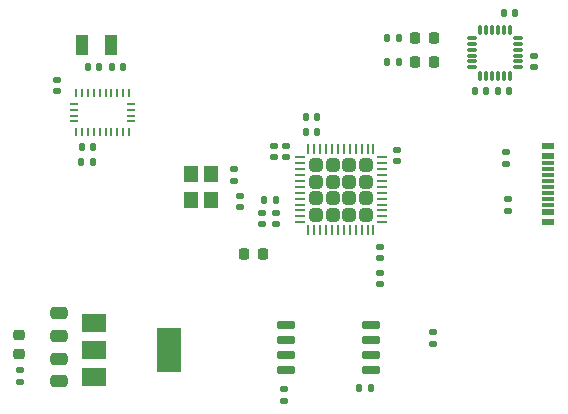
<source format=gbr>
%TF.GenerationSoftware,KiCad,Pcbnew,8.0.1*%
%TF.CreationDate,2024-07-28T14:25:14-07:00*%
%TF.ProjectId,RCS_Hardware,5243535f-4861-4726-9477-6172652e6b69,rev?*%
%TF.SameCoordinates,Original*%
%TF.FileFunction,Paste,Top*%
%TF.FilePolarity,Positive*%
%FSLAX46Y46*%
G04 Gerber Fmt 4.6, Leading zero omitted, Abs format (unit mm)*
G04 Created by KiCad (PCBNEW 8.0.1) date 2024-07-28 14:25:14*
%MOMM*%
%LPD*%
G01*
G04 APERTURE LIST*
G04 Aperture macros list*
%AMRoundRect*
0 Rectangle with rounded corners*
0 $1 Rounding radius*
0 $2 $3 $4 $5 $6 $7 $8 $9 X,Y pos of 4 corners*
0 Add a 4 corners polygon primitive as box body*
4,1,4,$2,$3,$4,$5,$6,$7,$8,$9,$2,$3,0*
0 Add four circle primitives for the rounded corners*
1,1,$1+$1,$2,$3*
1,1,$1+$1,$4,$5*
1,1,$1+$1,$6,$7*
1,1,$1+$1,$8,$9*
0 Add four rect primitives between the rounded corners*
20,1,$1+$1,$2,$3,$4,$5,0*
20,1,$1+$1,$4,$5,$6,$7,0*
20,1,$1+$1,$6,$7,$8,$9,0*
20,1,$1+$1,$8,$9,$2,$3,0*%
G04 Aperture macros list end*
%ADD10RoundRect,0.140000X0.170000X-0.140000X0.170000X0.140000X-0.170000X0.140000X-0.170000X-0.140000X0*%
%ADD11RoundRect,0.140000X0.140000X0.170000X-0.140000X0.170000X-0.140000X-0.170000X0.140000X-0.170000X0*%
%ADD12RoundRect,0.218750X-0.218750X-0.256250X0.218750X-0.256250X0.218750X0.256250X-0.218750X0.256250X0*%
%ADD13RoundRect,0.075000X-0.350000X-0.075000X0.350000X-0.075000X0.350000X0.075000X-0.350000X0.075000X0*%
%ADD14RoundRect,0.075000X0.075000X-0.350000X0.075000X0.350000X-0.075000X0.350000X-0.075000X-0.350000X0*%
%ADD15RoundRect,0.140000X-0.170000X0.140000X-0.170000X-0.140000X0.170000X-0.140000X0.170000X0.140000X0*%
%ADD16R,1.140000X0.300000*%
%ADD17R,1.140000X0.600000*%
%ADD18R,1.200000X1.400000*%
%ADD19RoundRect,0.140000X-0.140000X-0.170000X0.140000X-0.170000X0.140000X0.170000X-0.140000X0.170000X0*%
%ADD20RoundRect,0.135000X-0.185000X0.135000X-0.185000X-0.135000X0.185000X-0.135000X0.185000X0.135000X0*%
%ADD21RoundRect,0.150000X0.650000X0.150000X-0.650000X0.150000X-0.650000X-0.150000X0.650000X-0.150000X0*%
%ADD22RoundRect,0.135000X0.185000X-0.135000X0.185000X0.135000X-0.185000X0.135000X-0.185000X-0.135000X0*%
%ADD23RoundRect,0.250000X0.475000X-0.250000X0.475000X0.250000X-0.475000X0.250000X-0.475000X-0.250000X0*%
%ADD24RoundRect,0.135000X0.135000X0.185000X-0.135000X0.185000X-0.135000X-0.185000X0.135000X-0.185000X0*%
%ADD25RoundRect,0.135000X-0.135000X-0.185000X0.135000X-0.185000X0.135000X0.185000X-0.135000X0.185000X0*%
%ADD26RoundRect,0.250000X-0.315000X-0.315000X0.315000X-0.315000X0.315000X0.315000X-0.315000X0.315000X0*%
%ADD27RoundRect,0.062500X-0.375000X-0.062500X0.375000X-0.062500X0.375000X0.062500X-0.375000X0.062500X0*%
%ADD28RoundRect,0.062500X-0.062500X-0.375000X0.062500X-0.375000X0.062500X0.375000X-0.062500X0.375000X0*%
%ADD29R,1.000000X1.800000*%
%ADD30R,2.000000X1.500000*%
%ADD31R,2.000000X3.800000*%
%ADD32RoundRect,0.218750X0.256250X-0.218750X0.256250X0.218750X-0.256250X0.218750X-0.256250X-0.218750X0*%
%ADD33R,0.254000X0.675000*%
%ADD34R,0.675000X0.254000*%
G04 APERTURE END LIST*
D10*
%TO.C,C3*%
X128700000Y-100660000D03*
X128700000Y-99700000D03*
%TD*%
D11*
%TO.C,C24*%
X149514600Y-90844200D03*
X148554600Y-90844200D03*
%TD*%
%TO.C,C16*%
X116233200Y-95568700D03*
X115273200Y-95568700D03*
%TD*%
D12*
%TO.C,D3*%
X143500000Y-88400000D03*
X145075000Y-88400000D03*
%TD*%
D13*
%TO.C,U6*%
X148316400Y-86329200D03*
X148316400Y-86829200D03*
X148316400Y-87329200D03*
X148316400Y-87829200D03*
X148316400Y-88329200D03*
X148316400Y-88829200D03*
D14*
X149016400Y-89529200D03*
X149516400Y-89529200D03*
X150016400Y-89529200D03*
X150516400Y-89529200D03*
X151016400Y-89529200D03*
X151516400Y-89529200D03*
D13*
X152216400Y-88829200D03*
X152216400Y-88329200D03*
X152216400Y-87829200D03*
X152216400Y-87329200D03*
X152216400Y-86829200D03*
X152216400Y-86329200D03*
D14*
X151516400Y-85629200D03*
X151016400Y-85629200D03*
X150516400Y-85629200D03*
X150016400Y-85629200D03*
X149516400Y-85629200D03*
X149016400Y-85629200D03*
%TD*%
D15*
%TO.C,C15*%
X113213200Y-89881700D03*
X113213200Y-90841700D03*
%TD*%
%TO.C,C7*%
X142000000Y-95820000D03*
X142000000Y-96780000D03*
%TD*%
D16*
%TO.C,J2*%
X154750000Y-100450000D03*
X154750000Y-99450000D03*
X154750000Y-97950000D03*
X154750000Y-96950000D03*
D17*
X154750000Y-96300000D03*
X154750000Y-95500000D03*
D16*
X154750000Y-97450000D03*
X154750000Y-98450000D03*
X154750000Y-98950000D03*
X154750000Y-99950000D03*
D17*
X154750000Y-101100000D03*
X154750000Y-101900000D03*
%TD*%
D18*
%TO.C,Y1*%
X124532800Y-97858800D03*
X124532800Y-100058800D03*
X126232800Y-100058800D03*
X126232800Y-97858800D03*
%TD*%
D19*
%TO.C,C18*%
X115781200Y-88837700D03*
X116741200Y-88837700D03*
%TD*%
D20*
%TO.C,R2*%
X151200000Y-96000000D03*
X151200000Y-97020000D03*
%TD*%
D15*
%TO.C,C23*%
X145034000Y-111280000D03*
X145034000Y-112240000D03*
%TD*%
D21*
%TO.C,U5*%
X139788000Y-114427000D03*
X139788000Y-113157000D03*
X139788000Y-111887000D03*
X139788000Y-110617000D03*
X132588000Y-110617000D03*
X132588000Y-111887000D03*
X132588000Y-113157000D03*
X132588000Y-114427000D03*
%TD*%
D19*
%TO.C,C8*%
X134239000Y-94341200D03*
X135199000Y-94341200D03*
%TD*%
D22*
%TO.C,R1*%
X151384000Y-100967000D03*
X151384000Y-99947000D03*
%TD*%
D23*
%TO.C,C13*%
X113350000Y-115400000D03*
X113350000Y-113500000D03*
%TD*%
D24*
%TO.C,R9*%
X142107500Y-88400000D03*
X141087500Y-88400000D03*
%TD*%
D15*
%TO.C,C25*%
X153555800Y-87875000D03*
X153555800Y-88835000D03*
%TD*%
D25*
%TO.C,R4*%
X115243200Y-96838700D03*
X116263200Y-96838700D03*
%TD*%
D15*
%TO.C,C20*%
X132378000Y-116106000D03*
X132378000Y-117066000D03*
%TD*%
D26*
%TO.C,U1*%
X135122000Y-97101200D03*
X135122000Y-98501200D03*
X135122000Y-99901200D03*
X135122000Y-101301200D03*
X136522000Y-97101200D03*
X136522000Y-98501200D03*
X136522000Y-99901200D03*
X136522000Y-101301200D03*
X137922000Y-97101200D03*
X137922000Y-98501200D03*
X137922000Y-99901200D03*
X137922000Y-101301200D03*
X139322000Y-97101200D03*
X139322000Y-98501200D03*
X139322000Y-99901200D03*
X139322000Y-101301200D03*
D27*
X133784500Y-96451200D03*
X133784500Y-96951200D03*
X133784500Y-97451200D03*
X133784500Y-97951200D03*
X133784500Y-98451200D03*
X133784500Y-98951200D03*
X133784500Y-99451200D03*
X133784500Y-99951200D03*
X133784500Y-100451200D03*
X133784500Y-100951200D03*
X133784500Y-101451200D03*
X133784500Y-101951200D03*
D28*
X134472000Y-102638700D03*
X134972000Y-102638700D03*
X135472000Y-102638700D03*
X135972000Y-102638700D03*
X136472000Y-102638700D03*
X136972000Y-102638700D03*
X137472000Y-102638700D03*
X137972000Y-102638700D03*
X138472000Y-102638700D03*
X138972000Y-102638700D03*
X139472000Y-102638700D03*
X139972000Y-102638700D03*
D27*
X140659500Y-101951200D03*
X140659500Y-101451200D03*
X140659500Y-100951200D03*
X140659500Y-100451200D03*
X140659500Y-99951200D03*
X140659500Y-99451200D03*
X140659500Y-98951200D03*
X140659500Y-98451200D03*
X140659500Y-97951200D03*
X140659500Y-97451200D03*
X140659500Y-96951200D03*
X140659500Y-96451200D03*
D28*
X139972000Y-95763700D03*
X139472000Y-95763700D03*
X138972000Y-95763700D03*
X138472000Y-95763700D03*
X137972000Y-95763700D03*
X137472000Y-95763700D03*
X136972000Y-95763700D03*
X136472000Y-95763700D03*
X135972000Y-95763700D03*
X135472000Y-95763700D03*
X134972000Y-95763700D03*
X134472000Y-95763700D03*
%TD*%
D29*
%TO.C,Y2*%
X115265200Y-86932700D03*
X117765200Y-86932700D03*
%TD*%
D30*
%TO.C,U2*%
X116350000Y-110450000D03*
X116350000Y-112750000D03*
D31*
X122650000Y-112750000D03*
D30*
X116350000Y-115050000D03*
%TD*%
D23*
%TO.C,C14*%
X113350000Y-111550000D03*
X113350000Y-109650000D03*
%TD*%
D19*
%TO.C,C21*%
X150510400Y-90844200D03*
X151470400Y-90844200D03*
%TD*%
D10*
%TO.C,C5*%
X131532000Y-96459200D03*
X131532000Y-95499200D03*
%TD*%
D20*
%TO.C,R3*%
X110077000Y-114449800D03*
X110077000Y-115469800D03*
%TD*%
D24*
%TO.C,R8*%
X142107500Y-86368000D03*
X141087500Y-86368000D03*
%TD*%
D19*
%TO.C,C17*%
X117813200Y-88837700D03*
X118773200Y-88837700D03*
%TD*%
D11*
%TO.C,C1*%
X131680000Y-100100000D03*
X130720000Y-100100000D03*
%TD*%
D19*
%TO.C,C4*%
X134239000Y-93058200D03*
X135199000Y-93058200D03*
%TD*%
D15*
%TO.C,C6*%
X140500000Y-104020000D03*
X140500000Y-104980000D03*
%TD*%
D10*
%TO.C,C2*%
X128176800Y-98422800D03*
X128176800Y-97462800D03*
%TD*%
%TO.C,C10*%
X131708000Y-102104000D03*
X131708000Y-101144000D03*
%TD*%
D32*
%TO.C,D1*%
X109975400Y-113105700D03*
X109975400Y-111530700D03*
%TD*%
D19*
%TO.C,C22*%
X151018400Y-84265600D03*
X151978400Y-84265600D03*
%TD*%
D33*
%TO.C,U4*%
X114793200Y-90996700D03*
D34*
X114655700Y-91909200D03*
X114655700Y-92409200D03*
X114655700Y-92909200D03*
X114655700Y-93409200D03*
D33*
X114793200Y-94321700D03*
X115293200Y-94321700D03*
X115793200Y-94321700D03*
X116293200Y-94321700D03*
X116793200Y-94321700D03*
X117293200Y-94321700D03*
X117793200Y-94321700D03*
X118293200Y-94321700D03*
X118793200Y-94321700D03*
X119293200Y-94321700D03*
D34*
X119430700Y-93409200D03*
X119430700Y-92909200D03*
X119430700Y-92409200D03*
X119430700Y-91909200D03*
D33*
X119293200Y-90996700D03*
X118793200Y-90996700D03*
X118293200Y-90996700D03*
X117793200Y-90996700D03*
X117293200Y-90996700D03*
X116793200Y-90996700D03*
X116293200Y-90996700D03*
X115793200Y-90996700D03*
X115293200Y-90996700D03*
%TD*%
D10*
%TO.C,C12*%
X140500000Y-107180000D03*
X140500000Y-106220000D03*
%TD*%
D12*
%TO.C,D2*%
X143500000Y-86368000D03*
X145075000Y-86368000D03*
%TD*%
D10*
%TO.C,C9*%
X130565000Y-102104000D03*
X130565000Y-101144000D03*
%TD*%
D25*
%TO.C,R7*%
X138770000Y-115951000D03*
X139790000Y-115951000D03*
%TD*%
D10*
%TO.C,C11*%
X132532000Y-96459200D03*
X132532000Y-95499200D03*
%TD*%
D12*
%TO.C,FB1*%
X129006500Y-104648000D03*
X130581500Y-104648000D03*
%TD*%
M02*

</source>
